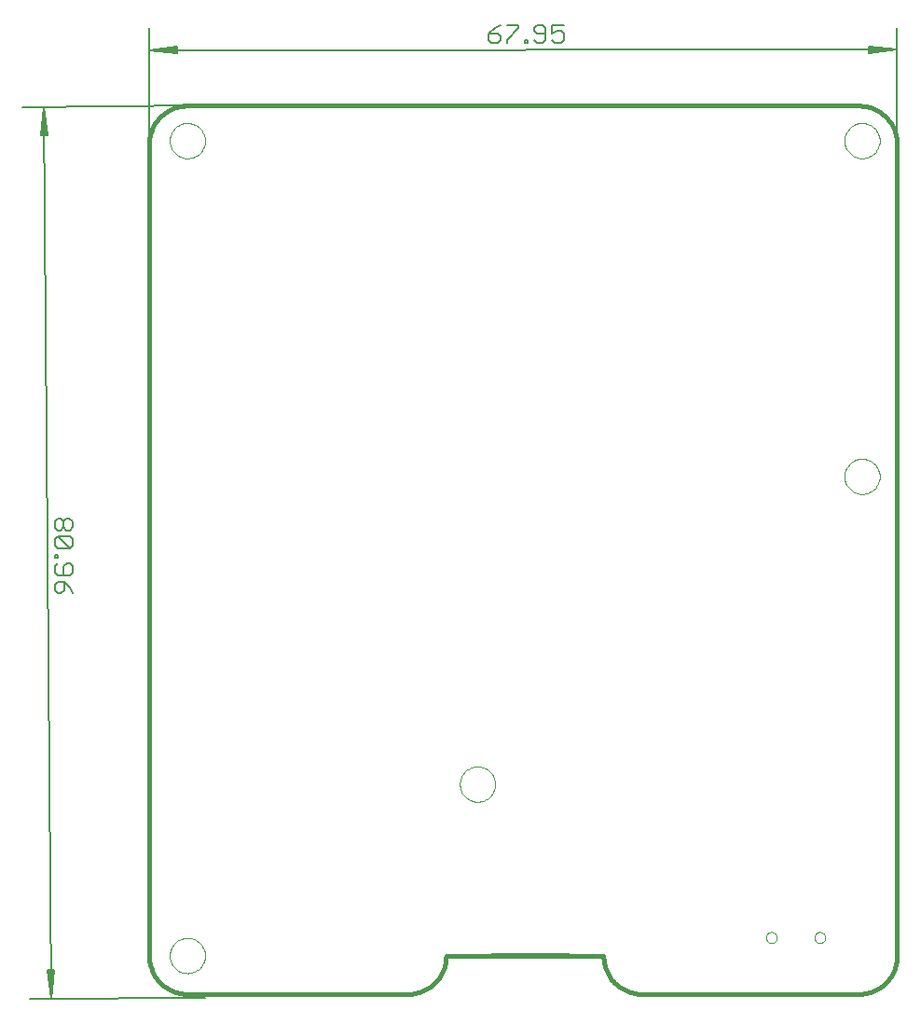
<source format=gbo>
G75*
G70*
%OFA0B0*%
%FSLAX24Y24*%
%IPPOS*%
%LPD*%
%AMOC8*
5,1,8,0,0,1.08239X$1,22.5*
%
%ADD10C,0.0160*%
%ADD11C,0.0051*%
%ADD12C,0.0060*%
%ADD13C,0.0000*%
%ADD14C,0.0050*%
D10*
X004642Y002930D02*
X004642Y031925D01*
X004642Y031930D02*
X004644Y032002D01*
X004650Y032074D01*
X004659Y032145D01*
X004672Y032216D01*
X004689Y032286D01*
X004709Y032355D01*
X004733Y032423D01*
X004761Y032489D01*
X004792Y032554D01*
X004826Y032618D01*
X004864Y032679D01*
X004905Y032738D01*
X004948Y032795D01*
X004995Y032850D01*
X005045Y032902D01*
X005097Y032952D01*
X005152Y032999D01*
X005209Y033042D01*
X005268Y033083D01*
X005330Y033121D01*
X005393Y033155D01*
X005458Y033186D01*
X005524Y033214D01*
X005592Y033238D01*
X005661Y033258D01*
X005731Y033275D01*
X005802Y033288D01*
X005873Y033297D01*
X005945Y033303D01*
X006017Y033305D01*
X005892Y033305D02*
X030012Y033305D01*
X030017Y033305D02*
X030089Y033303D01*
X030161Y033297D01*
X030232Y033288D01*
X030303Y033275D01*
X030373Y033258D01*
X030442Y033238D01*
X030510Y033214D01*
X030576Y033186D01*
X030641Y033155D01*
X030705Y033121D01*
X030766Y033083D01*
X030825Y033042D01*
X030882Y032999D01*
X030937Y032952D01*
X030989Y032902D01*
X031039Y032850D01*
X031086Y032795D01*
X031129Y032738D01*
X031170Y032679D01*
X031208Y032618D01*
X031242Y032554D01*
X031273Y032489D01*
X031301Y032423D01*
X031325Y032355D01*
X031345Y032286D01*
X031362Y032216D01*
X031375Y032145D01*
X031384Y032074D01*
X031390Y032002D01*
X031392Y031930D01*
X031392Y002805D01*
X031392Y002930D02*
X031390Y002858D01*
X031384Y002786D01*
X031375Y002715D01*
X031362Y002644D01*
X031345Y002574D01*
X031325Y002505D01*
X031301Y002437D01*
X031273Y002371D01*
X031242Y002306D01*
X031208Y002243D01*
X031170Y002181D01*
X031129Y002122D01*
X031086Y002065D01*
X031039Y002010D01*
X030989Y001958D01*
X030937Y001908D01*
X030882Y001861D01*
X030825Y001818D01*
X030766Y001777D01*
X030705Y001739D01*
X030641Y001705D01*
X030576Y001674D01*
X030510Y001646D01*
X030442Y001622D01*
X030373Y001602D01*
X030303Y001585D01*
X030232Y001572D01*
X030161Y001563D01*
X030089Y001557D01*
X030017Y001555D01*
X022267Y001555D01*
X022195Y001557D01*
X022123Y001563D01*
X022052Y001572D01*
X021981Y001585D01*
X021911Y001602D01*
X021842Y001622D01*
X021774Y001646D01*
X021708Y001674D01*
X021643Y001705D01*
X021580Y001739D01*
X021518Y001777D01*
X021459Y001818D01*
X021402Y001861D01*
X021347Y001908D01*
X021295Y001958D01*
X021245Y002010D01*
X021198Y002065D01*
X021155Y002122D01*
X021114Y002181D01*
X021076Y002243D01*
X021042Y002306D01*
X021011Y002371D01*
X020983Y002437D01*
X020959Y002505D01*
X020939Y002574D01*
X020922Y002644D01*
X020909Y002715D01*
X020900Y002786D01*
X020894Y002858D01*
X020892Y002930D01*
X015267Y002930D01*
X015265Y002858D01*
X015259Y002786D01*
X015250Y002715D01*
X015237Y002644D01*
X015220Y002574D01*
X015200Y002505D01*
X015176Y002437D01*
X015148Y002371D01*
X015117Y002306D01*
X015083Y002243D01*
X015045Y002181D01*
X015004Y002122D01*
X014961Y002065D01*
X014914Y002010D01*
X014864Y001958D01*
X014812Y001908D01*
X014757Y001861D01*
X014700Y001818D01*
X014641Y001777D01*
X014580Y001739D01*
X014516Y001705D01*
X014451Y001674D01*
X014385Y001646D01*
X014317Y001622D01*
X014248Y001602D01*
X014178Y001585D01*
X014107Y001572D01*
X014036Y001563D01*
X013964Y001557D01*
X013892Y001555D01*
X006017Y001555D01*
X005945Y001557D01*
X005873Y001563D01*
X005802Y001572D01*
X005731Y001585D01*
X005661Y001602D01*
X005592Y001622D01*
X005524Y001646D01*
X005458Y001674D01*
X005393Y001705D01*
X005329Y001739D01*
X005268Y001777D01*
X005209Y001818D01*
X005152Y001861D01*
X005097Y001908D01*
X005045Y001958D01*
X004995Y002010D01*
X004948Y002065D01*
X004905Y002122D01*
X004864Y002181D01*
X004826Y002243D01*
X004792Y002306D01*
X004761Y002371D01*
X004733Y002437D01*
X004709Y002505D01*
X004689Y002574D01*
X004672Y002644D01*
X004659Y002715D01*
X004650Y002786D01*
X004644Y002858D01*
X004642Y002930D01*
D11*
X006642Y001430D02*
X000376Y001381D01*
X001143Y001387D02*
X001033Y002410D01*
X001010Y002409D02*
X001143Y001387D01*
X001238Y002411D01*
X001261Y002411D02*
X001010Y002409D01*
X001084Y002410D02*
X001143Y001387D01*
X001186Y002411D01*
X001261Y002411D02*
X001143Y001387D01*
X000893Y033262D01*
X000799Y032237D01*
X000776Y032237D02*
X000893Y033262D01*
X001004Y032239D01*
X001027Y032239D02*
X000776Y032237D01*
X000850Y032238D02*
X000893Y033262D01*
X000952Y032239D01*
X001027Y032239D02*
X000893Y033262D01*
X000126Y033256D02*
X006392Y033305D01*
X005665Y035175D02*
X004641Y035300D01*
X005665Y035198D01*
X005665Y035175D02*
X005665Y035426D01*
X004641Y035300D01*
X005665Y035403D01*
X005665Y035352D02*
X004641Y035300D01*
X005665Y035249D01*
X004641Y035300D02*
X031391Y035305D01*
X030368Y035203D01*
X030368Y035179D02*
X031391Y035305D01*
X030368Y035407D01*
X030368Y035431D02*
X030368Y035179D01*
X030368Y035254D02*
X031391Y035305D01*
X030368Y035356D01*
X030368Y035431D02*
X031391Y035305D01*
X031391Y036073D02*
X031392Y031930D01*
X004642Y031925D02*
X004641Y036068D01*
D12*
X016790Y035879D02*
X016790Y035665D01*
X016897Y035559D01*
X017110Y035559D01*
X017217Y035665D01*
X017217Y035772D01*
X017110Y035879D01*
X016790Y035879D01*
X017004Y036092D01*
X017217Y036199D01*
X017435Y036199D02*
X017862Y036199D01*
X017862Y036092D01*
X017435Y035665D01*
X017435Y035559D01*
X018079Y035559D02*
X018186Y035559D01*
X018186Y035665D01*
X018079Y035665D01*
X018079Y035559D01*
X018401Y035665D02*
X018508Y035559D01*
X018722Y035559D01*
X018828Y035665D01*
X018828Y036092D01*
X018722Y036199D01*
X018508Y036199D01*
X018401Y036092D01*
X018401Y035986D01*
X018508Y035879D01*
X018828Y035879D01*
X019046Y035879D02*
X019046Y036199D01*
X019473Y036199D01*
X019366Y035986D02*
X019259Y035986D01*
X019046Y035879D01*
X019046Y035665D02*
X019153Y035559D01*
X019366Y035559D01*
X019473Y035665D01*
X019473Y035879D01*
X019366Y035986D01*
X001906Y018450D02*
X001908Y018237D01*
X001802Y018129D01*
X001695Y018129D01*
X001587Y018235D01*
X001586Y018448D01*
X001692Y018556D01*
X001799Y018556D01*
X001906Y018450D01*
X001586Y018448D02*
X001478Y018554D01*
X001372Y018553D01*
X001266Y018446D01*
X001267Y018232D01*
X001375Y018126D01*
X001481Y018127D01*
X001587Y018235D01*
X001376Y017909D02*
X001806Y017485D01*
X001379Y017482D01*
X001272Y017588D01*
X001270Y017801D01*
X001376Y017909D01*
X001803Y017912D01*
X001911Y017806D01*
X001912Y017592D01*
X001806Y017485D01*
X001810Y016945D02*
X001703Y016944D01*
X001597Y016837D01*
X001599Y016516D01*
X001386Y016515D02*
X001813Y016518D01*
X001919Y016625D01*
X001917Y016839D01*
X001810Y016945D01*
X001383Y016942D02*
X001277Y016835D01*
X001278Y016621D01*
X001386Y016515D01*
X001387Y016297D02*
X001281Y016190D01*
X001283Y015976D01*
X001390Y015870D01*
X001497Y015871D01*
X001603Y015979D01*
X001601Y016299D01*
X001387Y016297D01*
X001601Y016299D02*
X001816Y016087D01*
X001924Y015874D01*
X001381Y017158D02*
X001275Y017157D01*
X001274Y017264D01*
X001381Y017264D01*
X001381Y017158D01*
D13*
X005387Y002930D02*
X005389Y002980D01*
X005395Y003030D01*
X005405Y003079D01*
X005419Y003127D01*
X005436Y003174D01*
X005457Y003219D01*
X005482Y003263D01*
X005510Y003304D01*
X005542Y003343D01*
X005576Y003380D01*
X005613Y003414D01*
X005653Y003444D01*
X005695Y003471D01*
X005739Y003495D01*
X005785Y003516D01*
X005832Y003532D01*
X005880Y003545D01*
X005930Y003554D01*
X005979Y003559D01*
X006030Y003560D01*
X006080Y003557D01*
X006129Y003550D01*
X006178Y003539D01*
X006226Y003524D01*
X006272Y003506D01*
X006317Y003484D01*
X006360Y003458D01*
X006401Y003429D01*
X006440Y003397D01*
X006476Y003362D01*
X006508Y003324D01*
X006538Y003284D01*
X006565Y003241D01*
X006588Y003197D01*
X006607Y003151D01*
X006623Y003103D01*
X006635Y003054D01*
X006643Y003005D01*
X006647Y002955D01*
X006647Y002905D01*
X006643Y002855D01*
X006635Y002806D01*
X006623Y002757D01*
X006607Y002709D01*
X006588Y002663D01*
X006565Y002619D01*
X006538Y002576D01*
X006508Y002536D01*
X006476Y002498D01*
X006440Y002463D01*
X006401Y002431D01*
X006360Y002402D01*
X006317Y002376D01*
X006272Y002354D01*
X006226Y002336D01*
X006178Y002321D01*
X006129Y002310D01*
X006080Y002303D01*
X006030Y002300D01*
X005979Y002301D01*
X005930Y002306D01*
X005880Y002315D01*
X005832Y002328D01*
X005785Y002344D01*
X005739Y002365D01*
X005695Y002389D01*
X005653Y002416D01*
X005613Y002446D01*
X005576Y002480D01*
X005542Y002517D01*
X005510Y002556D01*
X005482Y002597D01*
X005457Y002641D01*
X005436Y002686D01*
X005419Y002733D01*
X005405Y002781D01*
X005395Y002830D01*
X005389Y002880D01*
X005387Y002930D01*
X015762Y009055D02*
X015764Y009105D01*
X015770Y009155D01*
X015780Y009204D01*
X015794Y009252D01*
X015811Y009299D01*
X015832Y009344D01*
X015857Y009388D01*
X015885Y009429D01*
X015917Y009468D01*
X015951Y009505D01*
X015988Y009539D01*
X016028Y009569D01*
X016070Y009596D01*
X016114Y009620D01*
X016160Y009641D01*
X016207Y009657D01*
X016255Y009670D01*
X016305Y009679D01*
X016354Y009684D01*
X016405Y009685D01*
X016455Y009682D01*
X016504Y009675D01*
X016553Y009664D01*
X016601Y009649D01*
X016647Y009631D01*
X016692Y009609D01*
X016735Y009583D01*
X016776Y009554D01*
X016815Y009522D01*
X016851Y009487D01*
X016883Y009449D01*
X016913Y009409D01*
X016940Y009366D01*
X016963Y009322D01*
X016982Y009276D01*
X016998Y009228D01*
X017010Y009179D01*
X017018Y009130D01*
X017022Y009080D01*
X017022Y009030D01*
X017018Y008980D01*
X017010Y008931D01*
X016998Y008882D01*
X016982Y008834D01*
X016963Y008788D01*
X016940Y008744D01*
X016913Y008701D01*
X016883Y008661D01*
X016851Y008623D01*
X016815Y008588D01*
X016776Y008556D01*
X016735Y008527D01*
X016692Y008501D01*
X016647Y008479D01*
X016601Y008461D01*
X016553Y008446D01*
X016504Y008435D01*
X016455Y008428D01*
X016405Y008425D01*
X016354Y008426D01*
X016305Y008431D01*
X016255Y008440D01*
X016207Y008453D01*
X016160Y008469D01*
X016114Y008490D01*
X016070Y008514D01*
X016028Y008541D01*
X015988Y008571D01*
X015951Y008605D01*
X015917Y008642D01*
X015885Y008681D01*
X015857Y008722D01*
X015832Y008766D01*
X015811Y008811D01*
X015794Y008858D01*
X015780Y008906D01*
X015770Y008955D01*
X015764Y009005D01*
X015762Y009055D01*
X026704Y003574D02*
X026706Y003601D01*
X026712Y003628D01*
X026721Y003654D01*
X026734Y003678D01*
X026750Y003701D01*
X026769Y003720D01*
X026791Y003737D01*
X026815Y003751D01*
X026840Y003761D01*
X026867Y003768D01*
X026894Y003771D01*
X026922Y003770D01*
X026949Y003765D01*
X026975Y003757D01*
X026999Y003745D01*
X027022Y003729D01*
X027043Y003711D01*
X027060Y003690D01*
X027075Y003666D01*
X027086Y003641D01*
X027094Y003615D01*
X027098Y003588D01*
X027098Y003560D01*
X027094Y003533D01*
X027086Y003507D01*
X027075Y003482D01*
X027060Y003458D01*
X027043Y003437D01*
X027022Y003419D01*
X027000Y003403D01*
X026975Y003391D01*
X026949Y003383D01*
X026922Y003378D01*
X026894Y003377D01*
X026867Y003380D01*
X026840Y003387D01*
X026815Y003397D01*
X026791Y003411D01*
X026769Y003428D01*
X026750Y003447D01*
X026734Y003470D01*
X026721Y003494D01*
X026712Y003520D01*
X026706Y003547D01*
X026704Y003574D01*
X028436Y003574D02*
X028438Y003601D01*
X028444Y003628D01*
X028453Y003654D01*
X028466Y003678D01*
X028482Y003701D01*
X028501Y003720D01*
X028523Y003737D01*
X028547Y003751D01*
X028572Y003761D01*
X028599Y003768D01*
X028626Y003771D01*
X028654Y003770D01*
X028681Y003765D01*
X028707Y003757D01*
X028731Y003745D01*
X028754Y003729D01*
X028775Y003711D01*
X028792Y003690D01*
X028807Y003666D01*
X028818Y003641D01*
X028826Y003615D01*
X028830Y003588D01*
X028830Y003560D01*
X028826Y003533D01*
X028818Y003507D01*
X028807Y003482D01*
X028792Y003458D01*
X028775Y003437D01*
X028754Y003419D01*
X028732Y003403D01*
X028707Y003391D01*
X028681Y003383D01*
X028654Y003378D01*
X028626Y003377D01*
X028599Y003380D01*
X028572Y003387D01*
X028547Y003397D01*
X028523Y003411D01*
X028501Y003428D01*
X028482Y003447D01*
X028466Y003470D01*
X028453Y003494D01*
X028444Y003520D01*
X028438Y003547D01*
X028436Y003574D01*
X029512Y020055D02*
X029514Y020105D01*
X029520Y020155D01*
X029530Y020204D01*
X029544Y020252D01*
X029561Y020299D01*
X029582Y020344D01*
X029607Y020388D01*
X029635Y020429D01*
X029667Y020468D01*
X029701Y020505D01*
X029738Y020539D01*
X029778Y020569D01*
X029820Y020596D01*
X029864Y020620D01*
X029910Y020641D01*
X029957Y020657D01*
X030005Y020670D01*
X030055Y020679D01*
X030104Y020684D01*
X030155Y020685D01*
X030205Y020682D01*
X030254Y020675D01*
X030303Y020664D01*
X030351Y020649D01*
X030397Y020631D01*
X030442Y020609D01*
X030485Y020583D01*
X030526Y020554D01*
X030565Y020522D01*
X030601Y020487D01*
X030633Y020449D01*
X030663Y020409D01*
X030690Y020366D01*
X030713Y020322D01*
X030732Y020276D01*
X030748Y020228D01*
X030760Y020179D01*
X030768Y020130D01*
X030772Y020080D01*
X030772Y020030D01*
X030768Y019980D01*
X030760Y019931D01*
X030748Y019882D01*
X030732Y019834D01*
X030713Y019788D01*
X030690Y019744D01*
X030663Y019701D01*
X030633Y019661D01*
X030601Y019623D01*
X030565Y019588D01*
X030526Y019556D01*
X030485Y019527D01*
X030442Y019501D01*
X030397Y019479D01*
X030351Y019461D01*
X030303Y019446D01*
X030254Y019435D01*
X030205Y019428D01*
X030155Y019425D01*
X030104Y019426D01*
X030055Y019431D01*
X030005Y019440D01*
X029957Y019453D01*
X029910Y019469D01*
X029864Y019490D01*
X029820Y019514D01*
X029778Y019541D01*
X029738Y019571D01*
X029701Y019605D01*
X029667Y019642D01*
X029635Y019681D01*
X029607Y019722D01*
X029582Y019766D01*
X029561Y019811D01*
X029544Y019858D01*
X029530Y019906D01*
X029520Y019955D01*
X029514Y020005D01*
X029512Y020055D01*
X029512Y032055D02*
X029514Y032105D01*
X029520Y032155D01*
X029530Y032204D01*
X029544Y032252D01*
X029561Y032299D01*
X029582Y032344D01*
X029607Y032388D01*
X029635Y032429D01*
X029667Y032468D01*
X029701Y032505D01*
X029738Y032539D01*
X029778Y032569D01*
X029820Y032596D01*
X029864Y032620D01*
X029910Y032641D01*
X029957Y032657D01*
X030005Y032670D01*
X030055Y032679D01*
X030104Y032684D01*
X030155Y032685D01*
X030205Y032682D01*
X030254Y032675D01*
X030303Y032664D01*
X030351Y032649D01*
X030397Y032631D01*
X030442Y032609D01*
X030485Y032583D01*
X030526Y032554D01*
X030565Y032522D01*
X030601Y032487D01*
X030633Y032449D01*
X030663Y032409D01*
X030690Y032366D01*
X030713Y032322D01*
X030732Y032276D01*
X030748Y032228D01*
X030760Y032179D01*
X030768Y032130D01*
X030772Y032080D01*
X030772Y032030D01*
X030768Y031980D01*
X030760Y031931D01*
X030748Y031882D01*
X030732Y031834D01*
X030713Y031788D01*
X030690Y031744D01*
X030663Y031701D01*
X030633Y031661D01*
X030601Y031623D01*
X030565Y031588D01*
X030526Y031556D01*
X030485Y031527D01*
X030442Y031501D01*
X030397Y031479D01*
X030351Y031461D01*
X030303Y031446D01*
X030254Y031435D01*
X030205Y031428D01*
X030155Y031425D01*
X030104Y031426D01*
X030055Y031431D01*
X030005Y031440D01*
X029957Y031453D01*
X029910Y031469D01*
X029864Y031490D01*
X029820Y031514D01*
X029778Y031541D01*
X029738Y031571D01*
X029701Y031605D01*
X029667Y031642D01*
X029635Y031681D01*
X029607Y031722D01*
X029582Y031766D01*
X029561Y031811D01*
X029544Y031858D01*
X029530Y031906D01*
X029520Y031955D01*
X029514Y032005D01*
X029512Y032055D01*
X005387Y032055D02*
X005389Y032105D01*
X005395Y032155D01*
X005405Y032204D01*
X005419Y032252D01*
X005436Y032299D01*
X005457Y032344D01*
X005482Y032388D01*
X005510Y032429D01*
X005542Y032468D01*
X005576Y032505D01*
X005613Y032539D01*
X005653Y032569D01*
X005695Y032596D01*
X005739Y032620D01*
X005785Y032641D01*
X005832Y032657D01*
X005880Y032670D01*
X005930Y032679D01*
X005979Y032684D01*
X006030Y032685D01*
X006080Y032682D01*
X006129Y032675D01*
X006178Y032664D01*
X006226Y032649D01*
X006272Y032631D01*
X006317Y032609D01*
X006360Y032583D01*
X006401Y032554D01*
X006440Y032522D01*
X006476Y032487D01*
X006508Y032449D01*
X006538Y032409D01*
X006565Y032366D01*
X006588Y032322D01*
X006607Y032276D01*
X006623Y032228D01*
X006635Y032179D01*
X006643Y032130D01*
X006647Y032080D01*
X006647Y032030D01*
X006643Y031980D01*
X006635Y031931D01*
X006623Y031882D01*
X006607Y031834D01*
X006588Y031788D01*
X006565Y031744D01*
X006538Y031701D01*
X006508Y031661D01*
X006476Y031623D01*
X006440Y031588D01*
X006401Y031556D01*
X006360Y031527D01*
X006317Y031501D01*
X006272Y031479D01*
X006226Y031461D01*
X006178Y031446D01*
X006129Y031435D01*
X006080Y031428D01*
X006030Y031425D01*
X005979Y031426D01*
X005930Y031431D01*
X005880Y031440D01*
X005832Y031453D01*
X005785Y031469D01*
X005739Y031490D01*
X005695Y031514D01*
X005653Y031541D01*
X005613Y031571D01*
X005576Y031605D01*
X005542Y031642D01*
X005510Y031681D01*
X005482Y031722D01*
X005457Y031766D01*
X005436Y031811D01*
X005419Y031858D01*
X005405Y031906D01*
X005395Y031955D01*
X005389Y032005D01*
X005387Y032055D01*
D14*
X016867Y002980D02*
X019667Y002980D01*
M02*

</source>
